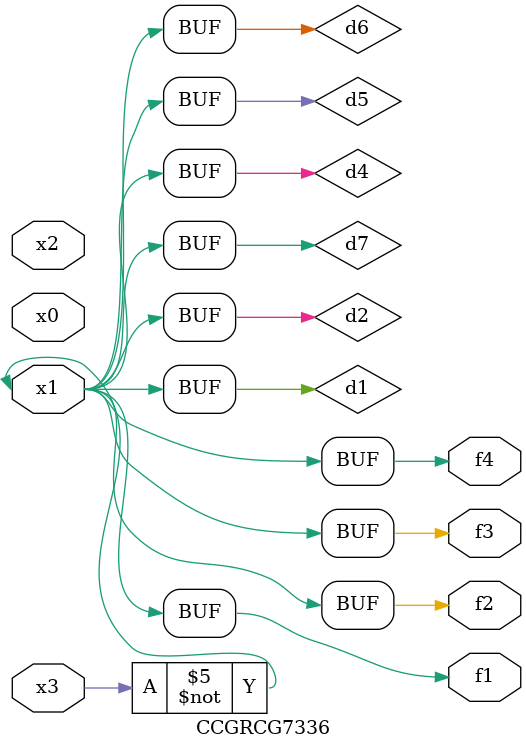
<source format=v>
module CCGRCG7336(
	input x0, x1, x2, x3,
	output f1, f2, f3, f4
);

	wire d1, d2, d3, d4, d5, d6, d7;

	not (d1, x3);
	buf (d2, x1);
	xnor (d3, d1, d2);
	nor (d4, d1);
	buf (d5, d1, d2);
	buf (d6, d4, d5);
	nand (d7, d4);
	assign f1 = d6;
	assign f2 = d7;
	assign f3 = d6;
	assign f4 = d6;
endmodule

</source>
